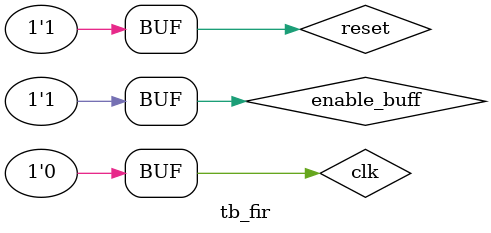
<source format=v>
`timescale 1ns / 1ps

module tb_fir;

    reg clk, reset, enable_buff;
    reg signed [15:0] i_data;
    wire [31:0] o_data;
    
    /*
     * 100Mhz (10ns) clock 
     */
    always 
    begin
        clk = 1; #5;
        clk = 0; #5;
    end
    
    initial begin
        reset = 1; #20;
        reset = 0; #50;
        reset = 1; #1000000;
    end
    
    initial begin
        enable_buff = 0; #100;
        enable_buff = 1; #1000;
    end
        
    /* Instantiate FIR module to test. */
    fir fir_i(
        .clk(clk),
        .reset(reset),
        .enable_buff(enable_buff),
        .i_data(i_data),   
        .o_data(o_data));  
    
    reg [4:0] state_reg;
    reg [3:0] cntr;
    
    parameter wvfm_period = 4'd4;
    
    parameter init               = 5'd0;
    parameter sendSample0        = 5'd1;
    parameter sendSample1        = 5'd2;
    parameter sendSample2        = 5'd3;
    parameter sendSample3        = 5'd4;
    parameter sendSample4        = 5'd5;
    parameter sendSample5        = 5'd6;
    parameter sendSample6        = 5'd7;
    parameter sendSample7        = 5'd8;
    
    /* This state machine generates a 200kHz sinusoid. */
    always @ (posedge clk or negedge reset)
        begin
            if (reset == 1'b0)
                begin
                    cntr      <= 4'd0;
                    i_data    <= 16'd0;
                    state_reg <= init;
                end
            else
                begin
                    case (state_reg)
                        init : //0
                            begin
                                cntr <= 4'd0;
                                i_data <= 16'h0000;
                                state_reg <= sendSample0;
                            end
                            
                        sendSample0 : //1
                            begin
                                i_data <= 16'h0000;
                                
                                if (cntr == wvfm_period)
                                    begin
                                        cntr <= 4'd0;
                                        state_reg <= sendSample1;
                                    end
                                else
                                    begin 
                                        cntr <= cntr + 1;
                                        state_reg <= sendSample0;
                                    end
                            end 
                        
                        sendSample1 : //2
                            begin
                                i_data <= 16'h5A7E; 
                                
                                if (cntr == wvfm_period)
                                    begin
                                        cntr <= 4'd0;
                                        state_reg <= sendSample2;
                                    end
                                else
                                    begin 
                                        cntr <= cntr + 1;
                                        state_reg <= sendSample1;
                                    end
                            end 
                        
                        sendSample2 : //3
                            begin
                                i_data <= 16'h7FFF;
                                
                                if (cntr == wvfm_period)
                                    begin
                                        cntr <= 4'd0;
                                        state_reg <= sendSample3;
                                    end
                                else
                                    begin 
                                        cntr <= cntr + 1;
                                        state_reg <= sendSample2;
                                    end
                            end 
                        
                        sendSample3 : //4
                            begin
                                i_data <= 16'h5A7E;
                                
                                if (cntr == wvfm_period)
                                    begin
                                        cntr <= 4'd0;
                                        state_reg <= sendSample4;
                                    end
                                else
                                    begin 
                                        cntr <= cntr + 1;
                                        state_reg <= sendSample3;
                                    end
                            end 
                        
                        sendSample4 : //5
                            begin
                                i_data <= 16'h0000;
                                
                                if (cntr == wvfm_period)
                                    begin
                                        cntr <= 4'd0;
                                        state_reg <= sendSample5;
                                    end
                                else
                                    begin 
                                        cntr <= cntr + 1;
                                        state_reg <= sendSample4;
                                    end
                            end 
                        
                        sendSample5 : //6
                            begin
                                i_data <= 16'hA582; 
                                
                                if (cntr == wvfm_period)
                                    begin
                                        cntr <= 4'd0;
                                        state_reg <= sendSample6;
                                    end
                                else
                                    begin 
                                        cntr <= cntr + 1;
                                        state_reg <= sendSample5;
                                    end
                            end 
                        
                        sendSample6 : //6
                            begin
                                i_data <= 16'h8000; 
                                
                                if (cntr == wvfm_period)
                                    begin
                                        cntr <= 4'd0;
                                        state_reg <= sendSample7;
                                    end
                                else
                                    begin 
                                        cntr <= cntr + 1;
                                        state_reg <= sendSample6;
                                    end
                            end 
                        
                        sendSample7 : //6
                            begin
                                i_data <= 16'hA582; 
                                
                                if (cntr == wvfm_period)
                                    begin
                                        cntr <= 4'd0;
                                        state_reg <= sendSample0;
                                    end
                                else
                                    begin 
                                        cntr <= cntr + 1;
                                        state_reg <= sendSample7;
                                    end
                            end                     
                    
                    endcase
                end
        end
    
endmodule

</source>
